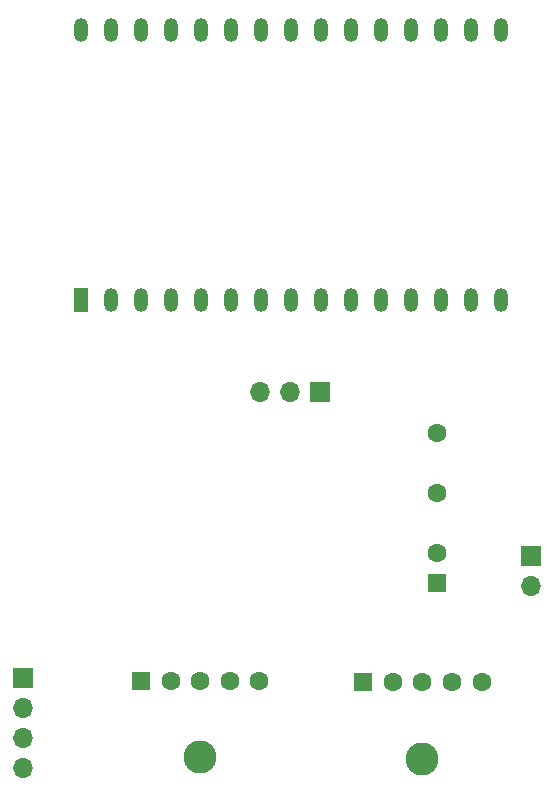
<source format=gbr>
%TF.GenerationSoftware,KiCad,Pcbnew,8.0.8*%
%TF.CreationDate,2025-06-05T09:36:50+02:00*%
%TF.ProjectId,heishamon-lr-pdc,68656973-6861-46d6-9f6e-2d6c722d7064,rev?*%
%TF.SameCoordinates,Original*%
%TF.FileFunction,Soldermask,Bot*%
%TF.FilePolarity,Negative*%
%FSLAX46Y46*%
G04 Gerber Fmt 4.6, Leading zero omitted, Abs format (unit mm)*
G04 Created by KiCad (PCBNEW 8.0.8) date 2025-06-05 09:36:50*
%MOMM*%
%LPD*%
G01*
G04 APERTURE LIST*
%ADD10R,1.200000X2.000000*%
%ADD11O,1.200000X2.000000*%
%ADD12C,2.800000*%
%ADD13R,1.600000X1.600000*%
%ADD14C,1.600000*%
%ADD15R,1.700000X1.700000*%
%ADD16O,1.700000X1.700000*%
G04 APERTURE END LIST*
D10*
%TO.C,U3*%
X23410000Y-38400000D03*
D11*
X25950000Y-38400000D03*
X28490000Y-38400000D03*
X31030000Y-38400000D03*
X33570000Y-38400000D03*
X36110000Y-38400000D03*
X38650000Y-38400000D03*
X41190000Y-38400000D03*
X43730000Y-38400000D03*
X46270000Y-38400000D03*
X48810000Y-38400000D03*
X51350000Y-38400000D03*
X53890000Y-38400000D03*
X56430000Y-38400000D03*
X58970000Y-38400000D03*
X58970000Y-15540000D03*
X56430000Y-15540000D03*
X53890000Y-15540000D03*
X51350000Y-15540000D03*
X48810000Y-15540000D03*
X46270000Y-15540000D03*
X43730000Y-15540000D03*
X41190000Y-15540000D03*
X38650000Y-15540000D03*
X36110000Y-15540000D03*
X33570000Y-15540000D03*
X31030000Y-15540000D03*
X28490000Y-15540000D03*
X25950000Y-15540000D03*
X23410000Y-15540000D03*
%TD*%
D12*
%TO.C,CN2*%
X52350000Y-77200000D03*
D13*
X47350000Y-70700000D03*
D14*
X49850000Y-70700000D03*
X52350000Y-70700000D03*
X54850000Y-70700000D03*
X57350000Y-70700000D03*
%TD*%
D15*
%TO.C,J2*%
X43640000Y-46150000D03*
D16*
X41100000Y-46150000D03*
X38560000Y-46150000D03*
%TD*%
D15*
%TO.C,J1*%
X18550000Y-70380000D03*
D16*
X18550000Y-72920000D03*
X18550000Y-75460000D03*
X18550000Y-78000000D03*
%TD*%
D13*
%TO.C,U2*%
X53550000Y-62300000D03*
D14*
X53550000Y-59760000D03*
X53550000Y-54680000D03*
X53550000Y-49600000D03*
%TD*%
D15*
%TO.C,J3*%
X61550000Y-60060000D03*
D16*
X61550000Y-62600000D03*
%TD*%
D12*
%TO.C,CN1*%
X33550000Y-77100000D03*
D13*
X28550000Y-70600000D03*
D14*
X31050000Y-70600000D03*
X33550000Y-70600000D03*
X36050000Y-70600000D03*
X38550000Y-70600000D03*
%TD*%
M02*

</source>
